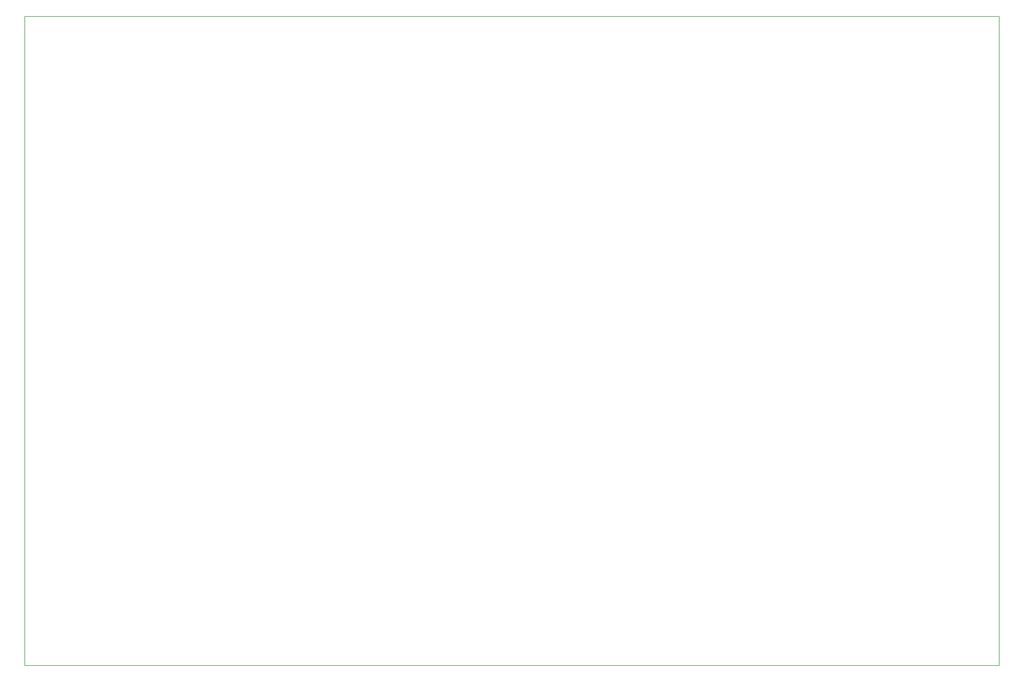
<source format=gbr>
%FSLAX32Y32*%
%MOMM*%
%LNCOPPER1*%
G71*
G01*
%ADD10C, 0.20*%
%LPD*%
G54D10*
X30000Y0D02*
X0Y0D01*
X0Y20000D01*
X30000Y20000D01*
X30000Y0D01*
M02*

</source>
